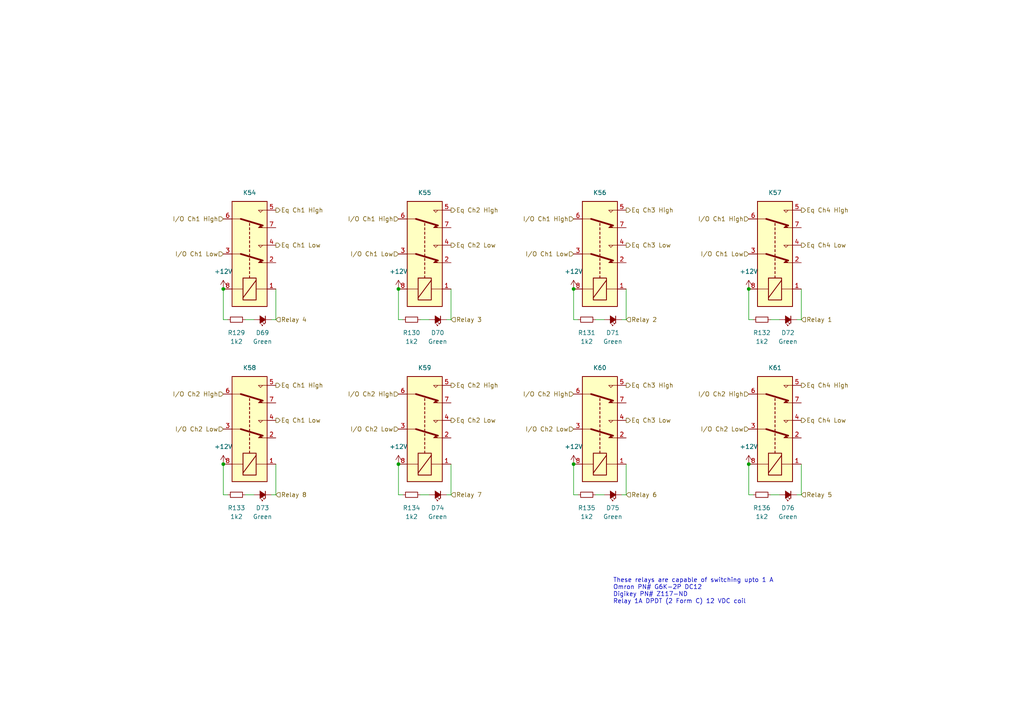
<source format=kicad_sch>
(kicad_sch (version 20211123) (generator eeschema)
  (paper "A4")
  (title_block (title "CIB PCB") (date "2022-05-27") (company "ChargePoint, Inc"))
  (lib_symbols
    (symbol "Device:LED_Small_Filled" (pin_numbers hide) (pin_names (offset 0.254) hide)
      (property "Reference" "D" (at -1.27 3.175 0))
      (property "Value" "LED_Small_Filled" (at -4.445 -2.54 0))
      (symbol "LED_Small_Filled_0_1"
        (polyline (pts (xy -0.762 -1.016) (xy -0.762 1.016)) (stroke (width 0.254)))
        (polyline (pts (xy 1.016 0) (xy -0.762 0)))
        (polyline (pts (xy 0.762 -1.016) (xy -0.762 0) (xy 0.762 1.016) (xy 0.762 -1.016)) (stroke (width 0.254)) (fill (type outline)))
        (polyline (pts (xy 0 0.762) (xy -0.508 1.27) (xy -0.254 1.27) (xy -0.508 1.27) (xy -0.508 1.016)))
        (polyline (pts (xy 0.508 1.27) (xy 0 1.778) (xy 0.254 1.778) (xy 0 1.778) (xy 0 1.524)))
      )
      (symbol "LED_Small_Filled_1_1"
        (pin passive line (at -2.54 0 0) (length 1.778) (name "K") (number "1"))
        (pin passive line (at 2.54 0 180) (length 1.778) (name "A") (number "2"))
      )
    )
    (symbol "Device:R_Small" (pin_numbers hide) (pin_names (offset 0.254) hide)
      (property "Reference" "R" (at 0.762 0.508 0))
      (property "Value" "R_Small" (at 0.762 -1.016 0))
      (symbol "R_Small_0_1"
        (rectangle (start -0.762 1.778) (end 0.762 -1.778) (stroke (width 0.2032)))
      )
      (symbol "R_Small_1_1"
        (pin passive line (at 0 2.54 270) (length 0.762) (name "~") (number "1"))
        (pin passive line (at 0 -2.54 90) (length 0.762) (name "~") (number "2"))
      )
    )
    (symbol "Relay:G2RL-2-DC24"
      (property "Reference" "RL" (at 16.51 3.81 0))
      (property "Value" "G2RL-2-DC24" (at 16.51 1.27 0))
      (symbol "G2RL-2-DC24_0_1"
        (rectangle (start -15.24 5.08) (end 15.24 -5.08) (stroke (width 0.254)) (fill (type background)))
        (rectangle (start -13.335 1.905) (end -6.985 -1.905) (stroke (width 0.254)))
        (polyline (pts (xy -12.7 -1.905) (xy -7.62 1.905)) (stroke (width 0.254)))
        (polyline (pts (xy -10.16 -5.08) (xy -10.16 -1.905)))
        (polyline (pts (xy -10.16 5.08) (xy -10.16 1.905)))
        (polyline (pts (xy -6.985 0) (xy -6.35 0)) (stroke (width 0.254)))
        (polyline (pts (xy -5.715 0) (xy -5.08 0)) (stroke (width 0.254)))
        (polyline (pts (xy -4.445 0) (xy -3.81 0)) (stroke (width 0.254)))
        (polyline (pts (xy -3.175 0) (xy -2.54 0)) (stroke (width 0.254)))
        (polyline (pts (xy -1.905 0) (xy -1.27 0)) (stroke (width 0.254)))
        (polyline (pts (xy -0.635 0) (xy 0 0)) (stroke (width 0.254)))
        (polyline (pts (xy 0 -2.54) (xy -1.905 3.81)) (stroke (width 0.508)))
        (polyline (pts (xy 0 -2.54) (xy 0 -5.08)))
        (polyline (pts (xy 0.635 0) (xy 1.27 0)) (stroke (width 0.254)))
        (polyline (pts (xy 1.905 0) (xy 2.54 0)) (stroke (width 0.254)))
        (polyline (pts (xy 3.175 0) (xy 3.81 0)) (stroke (width 0.254)))
        (polyline (pts (xy 4.445 0) (xy 5.08 0)) (stroke (width 0.254)))
        (polyline (pts (xy 5.715 0) (xy 6.35 0)) (stroke (width 0.254)))
        (polyline (pts (xy 6.985 0) (xy 7.62 0)) (stroke (width 0.254)))
        (polyline (pts (xy 8.255 0) (xy 8.89 0)) (stroke (width 0.254)))
        (polyline (pts (xy 10.16 -2.54) (xy 8.255 3.81)) (stroke (width 0.508)))
        (polyline (pts (xy 10.16 -2.54) (xy 10.16 -5.08)))
        (polyline (pts (xy -2.54 5.08) (xy -2.54 2.54) (xy -1.905 3.175) (xy -2.54 3.81)) (fill (type outline)))
        (polyline (pts (xy 2.54 5.08) (xy 2.54 2.54) (xy 1.905 3.175) (xy 2.54 3.81)))
        (polyline (pts (xy 7.62 5.08) (xy 7.62 2.54) (xy 8.255 3.175) (xy 7.62 3.81)) (fill (type outline)))
        (polyline (pts (xy 12.7 5.08) (xy 12.7 2.54) (xy 12.065 3.175) (xy 12.7 3.81)))
      )
      (symbol "G2RL-2-DC24_1_1"
        (pin passive line (at -10.16 7.62 270) (length 2.54) (name "~") (number "1"))
        (pin passive line (at -2.54 7.62 270) (length 2.54) (name "~") (number "2"))
        (pin passive line (at 0 -7.62 90) (length 2.54) (name "~") (number "3"))
        (pin passive line (at 2.54 7.62 270) (length 2.54) (name "~") (number "4"))
        (pin passive line (at 12.7 7.62 270) (length 2.54) (name "~") (number "5"))
        (pin passive line (at 10.16 -7.62 90) (length 2.54) (name "~") (number "6"))
        (pin passive line (at 7.62 7.62 270) (length 2.54) (name "~") (number "7"))
        (pin passive line (at -10.16 -7.62 90) (length 2.54) (name "~") (number "8"))
      )
    )
    (symbol "power:+12V" (power) (pin_names (offset 0))
      (property "Value" "+12V" (at 0 3.556 0))
      (symbol "+12V_0_1"
        (polyline (pts (xy -0.762 1.27) (xy 0 2.54)))
        (polyline (pts (xy 0 0) (xy 0 2.54)))
        (polyline (pts (xy 0 2.54) (xy 0.762 1.27)))
      )
      (symbol "+12V_1_1"
        (pin power_in line (at 0 0 90) (length 0) hide (name "+12V") (number "1"))
      )
    )
  )
  (junction (at 217.17 134.62))
  (junction (at 64.77 134.62))
  (junction (at 64.77 83.82))
  (junction (at 115.57 134.62))
  (junction (at 115.57 83.82))
  (junction (at 166.37 134.62))
  (junction (at 217.17 83.82))
  (junction (at 166.37 83.82))
  (wire (pts (xy 232.41 143.51) (xy 231.14 143.51)))
  (wire (pts (xy 172.72 143.51) (xy 175.26 143.51)))
  (wire (pts (xy 166.37 143.51) (xy 166.37 134.62)))
  (wire (pts (xy 115.57 143.51) (xy 115.57 134.62)))
  (wire (pts (xy 181.61 92.71) (xy 181.61 83.82)))
  (wire (pts (xy 217.17 92.71) (xy 217.17 83.82)))
  (wire (pts (xy 71.12 143.51) (xy 73.66 143.51)))
  (wire (pts (xy 223.52 143.51) (xy 226.06 143.51)))
  (wire (pts (xy 167.64 143.51) (xy 166.37 143.51)))
  (wire (pts (xy 217.17 143.51) (xy 217.17 134.62)))
  (wire (pts (xy 172.72 92.71) (xy 175.26 92.71)))
  (wire (pts (xy 80.01 143.51) (xy 78.74 143.51)))
  (wire (pts (xy 232.41 92.71) (xy 232.41 83.82)))
  (wire (pts (xy 66.04 92.71) (xy 64.77 92.71)))
  (wire (pts (xy 130.81 143.51) (xy 130.81 134.62)))
  (wire (pts (xy 116.84 92.71) (xy 115.57 92.71)))
  (wire (pts (xy 130.81 143.51) (xy 129.54 143.51)))
  (wire (pts (xy 80.01 83.82) (xy 80.01 92.71)))
  (wire (pts (xy 166.37 92.71) (xy 166.37 83.82)))
  (wire (pts (xy 64.77 143.51) (xy 64.77 134.62)))
  (wire (pts (xy 181.61 143.51) (xy 181.61 134.62)))
  (wire (pts (xy 130.81 92.71) (xy 129.54 92.71)))
  (wire (pts (xy 64.77 92.71) (xy 64.77 83.82)))
  (wire (pts (xy 80.01 143.51) (xy 80.01 134.62)))
  (wire (pts (xy 223.52 92.71) (xy 226.06 92.71)))
  (wire (pts (xy 116.84 143.51) (xy 115.57 143.51)))
  (wire (pts (xy 121.92 92.71) (xy 124.46 92.71)))
  (wire (pts (xy 121.92 143.51) (xy 124.46 143.51)))
  (wire (pts (xy 71.12 92.71) (xy 73.66 92.71)))
  (wire (pts (xy 232.41 92.71) (xy 231.14 92.71)))
  (wire (pts (xy 232.41 143.51) (xy 232.41 134.62)))
  (wire (pts (xy 80.01 92.71) (xy 78.74 92.71)))
  (wire (pts (xy 66.04 143.51) (xy 64.77 143.51)))
  (wire (pts (xy 218.44 143.51) (xy 217.17 143.51)))
  (wire (pts (xy 130.81 92.71) (xy 130.81 83.82)))
  (wire (pts (xy 115.57 92.71) (xy 115.57 83.82)))
  (wire (pts (xy 218.44 92.71) (xy 217.17 92.71)))
  (wire (pts (xy 181.61 92.71) (xy 180.34 92.71)))
  (wire (pts (xy 167.64 92.71) (xy 166.37 92.71)))
  (wire (pts (xy 181.61 143.51) (xy 180.34 143.51)))
  (text "These relays are capable of switching upto 1 A\nOmron PN# G6K-2P DC12\nDigikey PN# Z117-ND\nRelay 1A DPDT (2 Form C) 12 VDC coil" (at 177.8 175.26 0) (effects (font (size 1.27 1.27)) (justify left bottom)))
  (hierarchical_label "Eq Ch4 Low" (shape output) (at 232.41 121.92 0))
  (hierarchical_label "I{slash}O Ch1 High" (shape input) (at 166.37 63.5 180))
  (hierarchical_label "Relay 2" (shape input) (at 181.61 92.71 0))
  (hierarchical_label "I{slash}O Ch1 Low" (shape input) (at 166.37 73.66 180))
  (hierarchical_label "Relay 7" (shape input) (at 130.81 143.51 0))
  (hierarchical_label "Eq Ch1 Low" (shape output) (at 80.01 71.12 0))
  (hierarchical_label "Eq Ch4 High" (shape output) (at 232.41 60.96 0))
  (hierarchical_label "I{slash}O Ch2 Low" (shape input) (at 166.37 124.46 180))
  (hierarchical_label "Eq Ch3 Low" (shape output) (at 181.61 121.92 0))
  (hierarchical_label "I{slash}O Ch1 Low" (shape input) (at 64.77 73.66 180))
  (hierarchical_label "Relay 3" (shape input) (at 130.81 92.71 0))
  (hierarchical_label "Eq Ch2 High" (shape output) (at 130.81 111.76 0))
  (hierarchical_label "I{slash}O Ch2 Low" (shape input) (at 115.57 124.46 180))
  (hierarchical_label "Eq Ch1 High" (shape output) (at 80.01 60.96 0))
  (hierarchical_label "Relay 1" (shape input) (at 232.41 92.71 0))
  (hierarchical_label "Relay 5" (shape input) (at 232.41 143.51 0))
  (hierarchical_label "I{slash}O Ch1 High" (shape input) (at 115.57 63.5 180))
  (hierarchical_label "Eq Ch4 High" (shape output) (at 232.41 111.76 0))
  (hierarchical_label "I{slash}O Ch2 Low" (shape input) (at 64.77 124.46 180))
  (hierarchical_label "Relay 8" (shape input) (at 80.01 143.51 0))
  (hierarchical_label "Relay 6" (shape input) (at 181.61 143.51 0))
  (hierarchical_label "I{slash}O Ch1 Low" (shape input) (at 115.57 73.66 180))
  (hierarchical_label "Eq Ch3 High" (shape output) (at 181.61 111.76 0))
  (hierarchical_label "Eq Ch1 Low" (shape output) (at 80.01 121.92 0))
  (hierarchical_label "Eq Ch2 Low" (shape output) (at 130.81 71.12 0))
  (hierarchical_label "I{slash}O Ch1 High" (shape input) (at 64.77 63.5 180))
  (hierarchical_label "I{slash}O Ch1 Low" (shape input) (at 217.17 73.66 180))
  (hierarchical_label "Eq Ch2 Low" (shape output) (at 130.81 121.92 0))
  (hierarchical_label "Relay 4" (shape input) (at 80.01 92.71 0))
  (hierarchical_label "Eq Ch3 High" (shape output) (at 181.61 60.96 0))
  (hierarchical_label "Eq Ch1 High" (shape output) (at 80.01 111.76 0))
  (hierarchical_label "Eq Ch3 Low" (shape output) (at 181.61 71.12 0))
  (hierarchical_label "Eq Ch2 High" (shape output) (at 130.81 60.96 0))
  (hierarchical_label "I{slash}O Ch2 Low" (shape input) (at 217.17 124.46 180))
  (hierarchical_label "I{slash}O Ch2 High" (shape input) (at 64.77 114.3 180))
  (hierarchical_label "I{slash}O Ch1 High" (shape input) (at 217.17 63.5 180))
  (hierarchical_label "I{slash}O Ch2 High" (shape input) (at 115.57 114.3 180))
  (hierarchical_label "I{slash}O Ch2 High" (shape input) (at 166.37 114.3 180))
  (hierarchical_label "Eq Ch4 Low" (shape output) (at 232.41 71.12 0))
  (hierarchical_label "I{slash}O Ch2 High" (shape input) (at 217.17 114.3 180))
  (symbol (lib_id "Device:R_Small") (at 119.38 143.51 90) (unit 1)
    (property "Reference" "R134" (at 119.38 147.32 90))
    (property "Value" "1k2" (at 119.38 149.86 90))
    (property "Footprint" "Resistor_SMD:R_1206_3216Metric_Pad1.30x1.75mm_HandSolder" (effects hide))
    (property "Datasheet" "https://industrial.panasonic.com/ww/products/pt/general-purpose-chip-resistors/models/ERJ6GEYJ681V" (effects hide))
    (property "Manufacturer" "Panasonic Electronics Company" (effects hide))
  )
  (symbol (lib_id "power:+12V") (at 166.37 83.82 0) (unit 1)
    (property "Reference" "#PWR0235" (effects hide))
    (property "Value" "+12V" (at 166.37 78.74 0))
  )
  (symbol (lib_id "Device:R_Small") (at 220.98 143.51 90) (unit 1)
    (property "Reference" "R136" (at 220.98 147.32 90))
    (property "Value" "1k2" (at 220.98 149.86 90))
    (property "Footprint" "Resistor_SMD:R_1206_3216Metric_Pad1.30x1.75mm_HandSolder" (effects hide))
    (property "Datasheet" "https://industrial.panasonic.com/ww/products/pt/general-purpose-chip-resistors/models/ERJ6GEYJ681V" (effects hide))
    (property "Manufacturer" "Panasonic Electronics Company" (effects hide))
  )
  (symbol (lib_id "Device:LED_Small_Filled") (at 127 143.51 180) (unit 1)
    (property "Reference" "D74" (at 126.9365 147.32 0))
    (property "Value" "Green" (at 126.9365 149.86 0))
    (property "Footprint" "Diode_SMD:D_1206_3216Metric_Pad1.42x1.75mm_HandSolder" (effects hide))
    (property "Datasheet" "https://www.we-online.com/katalog/datasheet/150080VS75000.pdf" (effects hide))
    (property "DigiKey #" "732-4993-1-ND" (effects hide))
    (property "Manufacturer #" "150120VS75000" (effects hide))
    (property "Manufacturer" "Würth Elektronik" (effects hide))
    (property "RS #" "8154237P" (effects hide))
    (property "Description" "Green 570nm LED Indication - Discrete 2V 1206 (3216 Metric)" (effects hide))
  )
  (symbol (lib_id "Relay:G2RL-2-DC24") (at 173.99 124.46 270) (mirror x) (unit 1)
    (property "Reference" "K60" (at 173.99 106.68 90))
    (property "Footprint" "Relay_THT:Relay_DPDT_Omron_G6K-2P" (effects hide))
    (property "Datasheet" "https://omronfs.omron.com/en_US/ecb/products/pdf/en-g6k.pdf" (effects hide))
    (property "DigiKey #" "Z117-ND" (effects hide))
    (property "Manufacture" "Omron Electronics Inc-EMC Div" (effects hide))
    (property "Manufacturer #" "G6K-2P DC12" (effects hide))
  )
  (symbol (lib_id "Device:LED_Small_Filled") (at 127 92.71 180) (unit 1)
    (property "Reference" "D70" (at 126.9365 96.52 0))
    (property "Value" "Green" (at 126.9365 99.06 0))
    (property "Footprint" "Diode_SMD:D_1206_3216Metric_Pad1.42x1.75mm_HandSolder" (effects hide))
    (property "Datasheet" "https://www.we-online.com/katalog/datasheet/150080VS75000.pdf" (effects hide))
    (property "DigiKey #" "732-4993-1-ND" (effects hide))
    (property "Manufacturer #" "150120VS75000" (effects hide))
    (property "Manufacturer" "Würth Elektronik" (effects hide))
    (property "RS #" "8154237P" (effects hide))
    (property "Description" "Green 570nm LED Indication - Discrete 2V 1206 (3216 Metric)" (effects hide))
  )
  (symbol (lib_id "Device:LED_Small_Filled") (at 228.6 92.71 180) (unit 1)
    (property "Reference" "D72" (at 228.5365 96.52 0))
    (property "Value" "Green" (at 228.5365 99.06 0))
    (property "Footprint" "Diode_SMD:D_1206_3216Metric_Pad1.42x1.75mm_HandSolder" (effects hide))
    (property "Datasheet" "https://www.we-online.com/katalog/datasheet/150080VS75000.pdf" (effects hide))
    (property "DigiKey #" "732-4993-1-ND" (effects hide))
    (property "Manufacturer #" "150120VS75000" (effects hide))
    (property "Manufacturer" "Würth Elektronik" (effects hide))
    (property "RS #" "8154237P" (effects hide))
    (property "Description" "Green 570nm LED Indication - Discrete 2V 1206 (3216 Metric)" (effects hide))
  )
  (symbol (lib_id "power:+12V") (at 64.77 134.62 0) (unit 1)
    (property "Reference" "#PWR0233" (effects hide))
    (property "Value" "+12V" (at 64.77 129.54 0))
  )
  (symbol (lib_id "Relay:G2RL-2-DC24") (at 123.19 124.46 270) (mirror x) (unit 1)
    (property "Reference" "K59" (at 123.19 106.68 90))
    (property "Footprint" "Relay_THT:Relay_DPDT_Omron_G6K-2P" (effects hide))
    (property "Datasheet" "https://omronfs.omron.com/en_US/ecb/products/pdf/en-g6k.pdf" (effects hide))
    (property "DigiKey #" "Z117-ND" (effects hide))
    (property "Manufacture" "Omron Electronics Inc-EMC Div" (effects hide))
    (property "Manufacturer #" "G6K-2P DC12" (effects hide))
  )
  (symbol (lib_id "Device:R_Small") (at 68.58 143.51 90) (unit 1)
    (property "Reference" "R133" (at 68.58 147.32 90))
    (property "Value" "1k2" (at 68.58 149.86 90))
    (property "Footprint" "Resistor_SMD:R_1206_3216Metric_Pad1.30x1.75mm_HandSolder" (effects hide))
    (property "Datasheet" "https://industrial.panasonic.com/ww/products/pt/general-purpose-chip-resistors/models/ERJ6GEYJ681V" (effects hide))
    (property "Manufacturer" "Panasonic Electronics Company" (effects hide))
  )
  (symbol (lib_id "Device:R_Small") (at 68.58 92.71 90) (unit 1)
    (property "Reference" "R129" (at 68.58 96.52 90))
    (property "Value" "1k2" (at 68.58 99.06 90))
    (property "Footprint" "Resistor_SMD:R_1206_3216Metric_Pad1.30x1.75mm_HandSolder" (effects hide))
    (property "Datasheet" "https://industrial.panasonic.com/ww/products/pt/general-purpose-chip-resistors/models/ERJ6GEYJ681V" (effects hide))
    (property "Manufacturer" "Panasonic Electronics Company" (effects hide))
  )
  (symbol (lib_id "Relay:G2RL-2-DC24") (at 72.39 73.66 270) (mirror x) (unit 1)
    (property "Reference" "K54" (at 72.39 55.88 90))
    (property "Footprint" "Relay_THT:Relay_DPDT_Omron_G6K-2P" (effects hide))
    (property "Datasheet" "https://omronfs.omron.com/en_US/ecb/products/pdf/en-g6k.pdf" (effects hide))
    (property "DigiKey #" "Z117-ND" (effects hide))
    (property "Manufacture" "Omron Electronics Inc-EMC Div" (effects hide))
    (property "Manufacturer #" "G6K-2P DC12" (effects hide))
  )
  (symbol (lib_id "Device:R_Small") (at 119.38 92.71 90) (unit 1)
    (property "Reference" "R130" (at 119.38 96.52 90))
    (property "Value" "1k2" (at 119.38 99.06 90))
    (property "Footprint" "Resistor_SMD:R_1206_3216Metric_Pad1.30x1.75mm_HandSolder" (effects hide))
    (property "Datasheet" "https://industrial.panasonic.com/ww/products/pt/general-purpose-chip-resistors/models/ERJ6GEYJ681V" (effects hide))
    (property "Manufacturer" "Panasonic Electronics Company" (effects hide))
  )
  (symbol (lib_id "power:+12V") (at 217.17 83.82 0) (unit 1)
    (property "Reference" "#PWR0234" (effects hide))
    (property "Value" "+12V" (at 217.17 78.74 0))
  )
  (symbol (lib_id "Device:R_Small") (at 170.18 92.71 90) (unit 1)
    (property "Reference" "R131" (at 170.18 96.52 90))
    (property "Value" "1k2" (at 170.18 99.06 90))
    (property "Footprint" "Resistor_SMD:R_1206_3216Metric_Pad1.30x1.75mm_HandSolder" (effects hide))
    (property "Datasheet" "https://industrial.panasonic.com/ww/products/pt/general-purpose-chip-resistors/models/ERJ6GEYJ681V" (effects hide))
    (property "Manufacturer" "Panasonic Electronics Company" (effects hide))
  )
  (symbol (lib_id "power:+12V") (at 217.17 134.62 0) (unit 1)
    (property "Reference" "#PWR0237" (effects hide))
    (property "Value" "+12V" (at 217.17 129.54 0))
  )
  (symbol (lib_id "Relay:G2RL-2-DC24") (at 224.79 73.66 270) (mirror x) (unit 1)
    (property "Reference" "K57" (at 224.79 55.88 90))
    (property "Footprint" "Relay_THT:Relay_DPDT_Omron_G6K-2P" (effects hide))
    (property "Datasheet" "https://omronfs.omron.com/en_US/ecb/products/pdf/en-g6k.pdf" (effects hide))
    (property "DigiKey #" "Z117-ND" (effects hide))
    (property "Manufacture" "Omron Electronics Inc-EMC Div" (effects hide))
    (property "Manufacturer #" "G6K-2P DC12" (effects hide))
  )
  (symbol (lib_id "Relay:G2RL-2-DC24") (at 173.99 73.66 270) (mirror x) (unit 1)
    (property "Reference" "K56" (at 173.99 55.88 90))
    (property "Footprint" "Relay_THT:Relay_DPDT_Omron_G6K-2P" (effects hide))
    (property "Datasheet" "https://omronfs.omron.com/en_US/ecb/products/pdf/en-g6k.pdf" (effects hide))
    (property "DigiKey #" "Z117-ND" (effects hide))
    (property "Manufacture" "Omron Electronics Inc-EMC Div" (effects hide))
    (property "Manufacturer #" "G6K-2P DC12" (effects hide))
  )
  (symbol (lib_id "Device:LED_Small_Filled") (at 76.2 143.51 180) (unit 1)
    (property "Reference" "D73" (at 76.1365 147.32 0))
    (property "Value" "Green" (at 76.1365 149.86 0))
    (property "Footprint" "Diode_SMD:D_1206_3216Metric_Pad1.42x1.75mm_HandSolder" (effects hide))
    (property "Datasheet" "https://www.we-online.com/katalog/datasheet/150080VS75000.pdf" (effects hide))
    (property "DigiKey #" "732-4993-1-ND" (effects hide))
    (property "Manufacturer #" "150120VS75000" (effects hide))
    (property "Manufacturer" "Würth Elektronik" (effects hide))
    (property "RS #" "8154237P" (effects hide))
    (property "Description" "Green 570nm LED Indication - Discrete 2V 1206 (3216 Metric)" (effects hide))
  )
  (symbol (lib_id "Device:LED_Small_Filled") (at 177.8 92.71 180) (unit 1)
    (property "Reference" "D71" (at 177.7365 96.52 0))
    (property "Value" "Green" (at 177.7365 99.06 0))
    (property "Footprint" "Diode_SMD:D_1206_3216Metric_Pad1.42x1.75mm_HandSolder" (effects hide))
    (property "Datasheet" "https://www.we-online.com/katalog/datasheet/150080VS75000.pdf" (effects hide))
    (property "DigiKey #" "732-4993-1-ND" (effects hide))
    (property "Manufacturer #" "150120VS75000" (effects hide))
    (property "Manufacturer" "Würth Elektronik" (effects hide))
    (property "RS #" "8154237P" (effects hide))
    (property "Description" "Green 570nm LED Indication - Discrete 2V 1206 (3216 Metric)" (effects hide))
  )
  (symbol (lib_id "Relay:G2RL-2-DC24") (at 224.79 124.46 270) (mirror x) (unit 1)
    (property "Reference" "K61" (at 224.79 106.68 90))
    (property "Footprint" "Relay_THT:Relay_DPDT_Omron_G6K-2P" (effects hide))
    (property "Datasheet" "https://omronfs.omron.com/en_US/ecb/products/pdf/en-g6k.pdf" (effects hide))
    (property "DigiKey #" "Z117-ND" (effects hide))
    (property "Manufacture" "Omron Electronics Inc-EMC Div" (effects hide))
    (property "Manufacturer #" "G6K-2P DC12" (effects hide))
  )
  (symbol (lib_id "Device:LED_Small_Filled") (at 177.8 143.51 180) (unit 1)
    (property "Reference" "D75" (at 177.7365 147.32 0))
    (property "Value" "Green" (at 177.7365 149.86 0))
    (property "Footprint" "Diode_SMD:D_1206_3216Metric_Pad1.42x1.75mm_HandSolder" (effects hide))
    (property "Datasheet" "https://www.we-online.com/katalog/datasheet/150080VS75000.pdf" (effects hide))
    (property "DigiKey #" "732-4993-1-ND" (effects hide))
    (property "Manufacturer #" "150120VS75000" (effects hide))
    (property "Manufacturer" "Würth Elektronik" (effects hide))
    (property "RS #" "8154237P" (effects hide))
    (property "Description" "Green 570nm LED Indication - Discrete 2V 1206 (3216 Metric)" (effects hide))
  )
  (symbol (lib_id "power:+12V") (at 64.77 83.82 0) (unit 1)
    (property "Reference" "#PWR0239" (effects hide))
    (property "Value" "+12V" (at 64.77 78.74 0))
  )
  (symbol (lib_id "Device:R_Small") (at 170.18 143.51 90) (unit 1)
    (property "Reference" "R135" (at 170.18 147.32 90))
    (property "Value" "1k2" (at 170.18 149.86 90))
    (property "Footprint" "Resistor_SMD:R_1206_3216Metric_Pad1.30x1.75mm_HandSolder" (effects hide))
    (property "Datasheet" "https://industrial.panasonic.com/ww/products/pt/general-purpose-chip-resistors/models/ERJ6GEYJ681V" (effects hide))
    (property "Manufacturer" "Panasonic Electronics Company" (effects hide))
  )
  (symbol (lib_id "power:+12V") (at 115.57 83.82 0) (unit 1)
    (property "Reference" "#PWR0238" (effects hide))
    (property "Value" "+12V" (at 115.57 78.74 0))
  )
  (symbol (lib_id "Device:R_Small") (at 220.98 92.71 90) (unit 1)
    (property "Reference" "R132" (at 220.98 96.52 90))
    (property "Value" "1k2" (at 220.98 99.06 90))
    (property "Footprint" "Resistor_SMD:R_1206_3216Metric_Pad1.30x1.75mm_HandSolder" (effects hide))
    (property "Datasheet" "https://industrial.panasonic.com/ww/products/pt/general-purpose-chip-resistors/models/ERJ6GEYJ681V" (effects hide))
    (property "Manufacturer" "Panasonic Electronics Company" (effects hide))
  )
  (symbol (lib_id "Device:LED_Small_Filled") (at 228.6 143.51 180) (unit 1)
    (property "Reference" "D76" (at 228.5365 147.32 0))
    (property "Value" "Green" (at 228.5365 149.86 0))
    (property "Footprint" "Diode_SMD:D_1206_3216Metric_Pad1.42x1.75mm_HandSolder" (effects hide))
    (property "Datasheet" "https://www.we-online.com/katalog/datasheet/150080VS75000.pdf" (effects hide))
    (property "DigiKey #" "732-4993-1-ND" (effects hide))
    (property "Manufacturer #" "150120VS75000" (effects hide))
    (property "Manufacturer" "Würth Elektronik" (effects hide))
    (property "RS #" "8154237P" (effects hide))
    (property "Description" "Green 570nm LED Indication - Discrete 2V 1206 (3216 Metric)" (effects hide))
  )
  (symbol (lib_id "Device:LED_Small_Filled") (at 76.2 92.71 180) (unit 1)
    (property "Reference" "D69" (at 76.1365 96.52 0))
    (property "Value" "Green" (at 76.1365 99.06 0))
    (property "Footprint" "Diode_SMD:D_1206_3216Metric_Pad1.42x1.75mm_HandSolder" (effects hide))
    (property "Datasheet" "https://www.we-online.com/katalog/datasheet/150080VS75000.pdf" (effects hide))
    (property "DigiKey #" "732-4993-1-ND" (effects hide))
    (property "Manufacturer #" "150120VS75000" (effects hide))
    (property "Manufacturer" "Würth Elektronik" (effects hide))
    (property "RS #" "8154237P" (effects hide))
    (property "Description" "Green 570nm LED Indication - Discrete 2V 1206 (3216 Metric)" (effects hide))
  )
  (symbol (lib_id "power:+12V") (at 115.57 134.62 0) (unit 1)
    (property "Reference" "#PWR0232" (effects hide))
    (property "Value" "+12V" (at 115.57 129.54 0))
  )
  (symbol (lib_id "Relay:G2RL-2-DC24") (at 72.39 124.46 270) (mirror x) (unit 1)
    (property "Reference" "K58" (at 72.39 106.68 90))
    (property "Footprint" "Relay_THT:Relay_DPDT_Omron_G6K-2P" (effects hide))
    (property "Datasheet" "https://omronfs.omron.com/en_US/ecb/products/pdf/en-g6k.pdf" (effects hide))
    (property "DigiKey #" "Z117-ND" (effects hide))
    (property "Manufacture" "Omron Electronics Inc-EMC Div" (effects hide))
    (property "Manufacturer #" "G6K-2P DC12" (effects hide))
  )
  (symbol (lib_id "Relay:G2RL-2-DC24") (at 123.19 73.66 270) (mirror x) (unit 1)
    (property "Reference" "K55" (at 123.19 55.88 90))
    (property "Footprint" "Relay_THT:Relay_DPDT_Omron_G6K-2P" (effects hide))
    (property "Datasheet" "https://omronfs.omron.com/en_US/ecb/products/pdf/en-g6k.pdf" (effects hide))
    (property "DigiKey #" "Z117-ND" (effects hide))
    (property "Manufacture" "Omron Electronics Inc-EMC Div" (effects hide))
    (property "Manufacturer #" "G6K-2P DC12" (effects hide))
  )
  (symbol (lib_id "power:+12V") (at 166.37 134.62 0) (unit 1)
    (property "Reference" "#PWR0236" (effects hide))
    (property "Value" "+12V" (at 166.37 129.54 0))
  )
)
</source>
